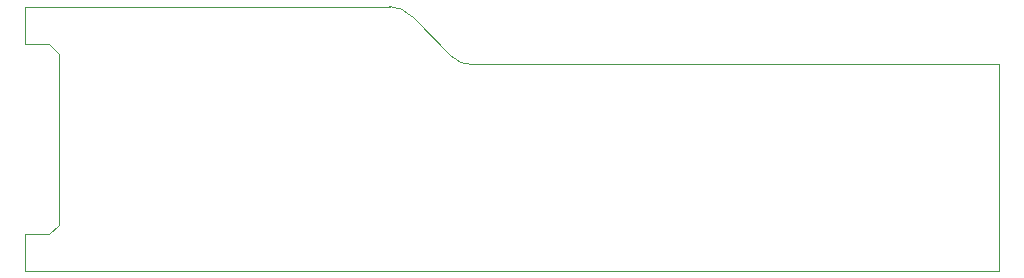
<source format=gbr>
%TF.GenerationSoftware,KiCad,Pcbnew,(5.1.7)-1*%
%TF.CreationDate,2021-11-04T21:35:45+01:00*%
%TF.ProjectId,window-sensor,77696e64-6f77-42d7-9365-6e736f722e6b,rev?*%
%TF.SameCoordinates,PX7270e00PY57bcf00*%
%TF.FileFunction,Profile,NP*%
%FSLAX46Y46*%
G04 Gerber Fmt 4.6, Leading zero omitted, Abs format (unit mm)*
G04 Created by KiCad (PCBNEW (5.1.7)-1) date 2021-11-04 21:35:45*
%MOMM*%
%LPD*%
G01*
G04 APERTURE LIST*
%TA.AperFunction,Profile*%
%ADD10C,0.050000*%
%TD*%
G04 APERTURE END LIST*
D10*
X-4900000Y-4100000D02*
X-4100000Y-4900000D01*
X-4900000Y-20200000D02*
X-4100000Y-19400000D01*
X-7000000Y-23300000D02*
X-7000000Y-20200000D01*
X-4900000Y-20200000D02*
X-7000000Y-20200000D01*
X-4100000Y-4900000D02*
X-4100000Y-19400000D01*
X-7000000Y-4100000D02*
X-4900000Y-4100000D01*
X23900000Y-900000D02*
G75*
G02*
X25770760Y-1744841I-59239J-2624840D01*
G01*
X30817250Y-5799023D02*
G75*
G02*
X29210000Y-5150000I-107250J2049023D01*
G01*
X30817250Y-5799024D02*
X75500000Y-5800000D01*
X25770760Y-1744841D02*
X29210000Y-5150000D01*
X-7000000Y-4100000D02*
X-7000000Y-900000D01*
X75500000Y-23300000D02*
X-7000000Y-23300000D01*
X75500000Y-5800000D02*
X75500000Y-23300000D01*
X-7000000Y-900000D02*
X23900000Y-900000D01*
M02*

</source>
